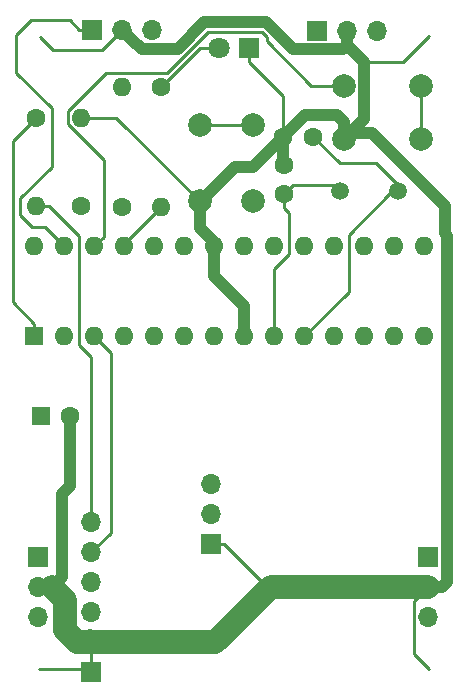
<source format=gtl>
G04 #@! TF.GenerationSoftware,KiCad,Pcbnew,5.0.0-fee4fd1~66~ubuntu14.04.1*
G04 #@! TF.CreationDate,2018-10-15T15:43:11-07:00*
G04 #@! TF.ProjectId,while,7768696C652E6B696361645F70636200,rev?*
G04 #@! TF.SameCoordinates,Original*
G04 #@! TF.FileFunction,Copper,L1,Top,Signal*
G04 #@! TF.FilePolarity,Positive*
%FSLAX46Y46*%
G04 Gerber Fmt 4.6, Leading zero omitted, Abs format (unit mm)*
G04 Created by KiCad (PCBNEW 5.0.0-fee4fd1~66~ubuntu14.04.1) date Mon Oct 15 15:43:11 2018*
%MOMM*%
%LPD*%
G01*
G04 APERTURE LIST*
G04 #@! TA.AperFunction,ComponentPad*
%ADD10R,1.600000X1.600000*%
G04 #@! TD*
G04 #@! TA.AperFunction,ComponentPad*
%ADD11O,1.600000X1.600000*%
G04 #@! TD*
G04 #@! TA.AperFunction,ComponentPad*
%ADD12R,1.700000X1.700000*%
G04 #@! TD*
G04 #@! TA.AperFunction,ComponentPad*
%ADD13O,1.700000X1.700000*%
G04 #@! TD*
G04 #@! TA.AperFunction,ComponentPad*
%ADD14C,1.600000*%
G04 #@! TD*
G04 #@! TA.AperFunction,ComponentPad*
%ADD15R,1.800000X1.800000*%
G04 #@! TD*
G04 #@! TA.AperFunction,ComponentPad*
%ADD16C,1.800000*%
G04 #@! TD*
G04 #@! TA.AperFunction,ComponentPad*
%ADD17C,2.000000*%
G04 #@! TD*
G04 #@! TA.AperFunction,ComponentPad*
%ADD18C,1.500000*%
G04 #@! TD*
G04 #@! TA.AperFunction,Conductor*
%ADD19C,0.250000*%
G04 #@! TD*
G04 #@! TA.AperFunction,Conductor*
%ADD20C,1.000000*%
G04 #@! TD*
G04 #@! TA.AperFunction,Conductor*
%ADD21C,2.000000*%
G04 #@! TD*
G04 APERTURE END LIST*
D10*
G04 #@! TO.P,U1,1*
G04 #@! TO.N,RESET*
X125933200Y-93065600D03*
D11*
G04 #@! TO.P,U1,15*
G04 #@! TO.N,d9*
X158953200Y-85445600D03*
G04 #@! TO.P,U1,2*
G04 #@! TO.N,RX*
X128473200Y-93065600D03*
G04 #@! TO.P,U1,16*
G04 #@! TO.N,d10*
X156413200Y-85445600D03*
G04 #@! TO.P,U1,3*
G04 #@! TO.N,TX*
X131013200Y-93065600D03*
G04 #@! TO.P,U1,17*
G04 #@! TO.N,d11*
X153873200Y-85445600D03*
G04 #@! TO.P,U1,4*
G04 #@! TO.N,condSelect*
X133553200Y-93065600D03*
G04 #@! TO.P,U1,18*
G04 #@! TO.N,d12*
X151333200Y-85445600D03*
G04 #@! TO.P,U1,5*
G04 #@! TO.N,d3*
X136093200Y-93065600D03*
G04 #@! TO.P,U1,19*
G04 #@! TO.N,d13*
X148793200Y-85445600D03*
G04 #@! TO.P,U1,6*
G04 #@! TO.N,d4*
X138633200Y-93065600D03*
G04 #@! TO.P,U1,20*
G04 #@! TO.N,VCC*
X146253200Y-85445600D03*
G04 #@! TO.P,U1,7*
X141173200Y-93065600D03*
G04 #@! TO.P,U1,21*
G04 #@! TO.N,AREF*
X143713200Y-85445600D03*
G04 #@! TO.P,U1,8*
G04 #@! TO.N,GND*
X143713200Y-93065600D03*
G04 #@! TO.P,U1,22*
X141173200Y-85445600D03*
G04 #@! TO.P,U1,9*
G04 #@! TO.N,XTAL1*
X146253200Y-93065600D03*
G04 #@! TO.P,U1,23*
G04 #@! TO.N,a0*
X138633200Y-85445600D03*
G04 #@! TO.P,U1,10*
G04 #@! TO.N,XTAL2*
X148793200Y-93065600D03*
G04 #@! TO.P,U1,24*
G04 #@! TO.N,a1*
X136093200Y-85445600D03*
G04 #@! TO.P,U1,11*
G04 #@! TO.N,d5*
X151333200Y-93065600D03*
G04 #@! TO.P,U1,25*
G04 #@! TO.N,a2*
X133553200Y-85445600D03*
G04 #@! TO.P,U1,12*
G04 #@! TO.N,d6*
X153873200Y-93065600D03*
G04 #@! TO.P,U1,26*
G04 #@! TO.N,a3*
X131013200Y-85445600D03*
G04 #@! TO.P,U1,13*
G04 #@! TO.N,d7*
X156413200Y-93065600D03*
G04 #@! TO.P,U1,27*
G04 #@! TO.N,a4*
X128473200Y-85445600D03*
G04 #@! TO.P,U1,14*
G04 #@! TO.N,d8*
X158953200Y-93065600D03*
G04 #@! TO.P,U1,28*
G04 #@! TO.N,a5*
X125933200Y-85445600D03*
G04 #@! TD*
D12*
G04 #@! TO.P,J3,1*
G04 #@! TO.N,GND*
X130784600Y-121513600D03*
D13*
G04 #@! TO.P,J3,2*
X130784600Y-118973600D03*
G04 #@! TO.P,J3,3*
G04 #@! TO.N,VCC*
X130784600Y-116433600D03*
G04 #@! TO.P,J3,4*
G04 #@! TO.N,RX*
X130784600Y-113893600D03*
G04 #@! TO.P,J3,5*
G04 #@! TO.N,TX*
X130784600Y-111353600D03*
G04 #@! TO.P,J3,6*
G04 #@! TO.N,DTR*
X130784600Y-108813600D03*
G04 #@! TD*
D10*
G04 #@! TO.P,C1,1*
G04 #@! TO.N,VCC*
X126492000Y-99822000D03*
D14*
G04 #@! TO.P,C1,2*
G04 #@! TO.N,GND*
X128992000Y-99822000D03*
G04 #@! TD*
G04 #@! TO.P,C2,2*
G04 #@! TO.N,XTAL1*
X147066000Y-81036800D03*
G04 #@! TO.P,C2,1*
G04 #@! TO.N,GND*
X147066000Y-78536800D03*
G04 #@! TD*
G04 #@! TO.P,C3,1*
G04 #@! TO.N,GND*
X147040600Y-76149200D03*
G04 #@! TO.P,C3,2*
G04 #@! TO.N,XTAL2*
X149540600Y-76149200D03*
G04 #@! TD*
D11*
G04 #@! TO.P,C4,2*
G04 #@! TO.N,GND*
X129895600Y-74567400D03*
D14*
G04 #@! TO.P,C4,1*
G04 #@! TO.N,AREF*
X129895600Y-82067400D03*
G04 #@! TD*
G04 #@! TO.P,C5,1*
G04 #@! TO.N,RESET*
X126085600Y-74574400D03*
D11*
G04 #@! TO.P,C5,2*
G04 #@! TO.N,DTR*
X126085600Y-82074400D03*
G04 #@! TD*
D15*
G04 #@! TO.P,D1,1*
G04 #@! TO.N,GND*
X144145000Y-68656200D03*
D16*
G04 #@! TO.P,D1,2*
G04 #@! TO.N,Net-(D1-Pad2)*
X141605000Y-68656200D03*
G04 #@! TD*
D13*
G04 #@! TO.P,J1,3*
G04 #@! TO.N,VCC*
X126238000Y-116840000D03*
G04 #@! TO.P,J1,2*
G04 #@! TO.N,GND*
X126238000Y-114300000D03*
D12*
G04 #@! TO.P,J1,1*
G04 #@! TO.N,a0*
X126238000Y-111760000D03*
G04 #@! TD*
G04 #@! TO.P,J2,1*
G04 #@! TO.N,a1*
X159258000Y-111760000D03*
D13*
G04 #@! TO.P,J2,2*
G04 #@! TO.N,GND*
X159258000Y-114300000D03*
G04 #@! TO.P,J2,3*
G04 #@! TO.N,VCC*
X159258000Y-116840000D03*
G04 #@! TD*
D12*
G04 #@! TO.P,J4,1*
G04 #@! TO.N,a2*
X149910800Y-67183000D03*
D13*
G04 #@! TO.P,J4,2*
G04 #@! TO.N,GND*
X152450800Y-67183000D03*
G04 #@! TO.P,J4,3*
G04 #@! TO.N,VCC*
X154990800Y-67183000D03*
G04 #@! TD*
D14*
G04 #@! TO.P,R1,1*
G04 #@! TO.N,Net-(D1-Pad2)*
X136677400Y-71932800D03*
D11*
G04 #@! TO.P,R1,2*
G04 #@! TO.N,a2*
X136677400Y-82092800D03*
G04 #@! TD*
G04 #@! TO.P,R2,2*
G04 #@! TO.N,RESET*
X133400800Y-71932800D03*
D14*
G04 #@! TO.P,R2,1*
G04 #@! TO.N,VCC*
X133400800Y-82092800D03*
G04 #@! TD*
D17*
G04 #@! TO.P,SW2,2*
G04 #@! TO.N,GND*
X152196800Y-76356600D03*
G04 #@! TO.P,SW2,1*
G04 #@! TO.N,a3*
X152196800Y-71856600D03*
G04 #@! TO.P,SW2,4*
G04 #@! TO.N,Net-(SW2-Pad3)*
X158696800Y-76356600D03*
G04 #@! TO.P,SW2,3*
X158696800Y-71856600D03*
G04 #@! TD*
G04 #@! TO.P,SW3,3*
G04 #@! TO.N,Net-(SW3-Pad3)*
X139954000Y-75135600D03*
G04 #@! TO.P,SW3,4*
X144454000Y-75135600D03*
G04 #@! TO.P,SW3,1*
G04 #@! TO.N,GND*
X139954000Y-81635600D03*
G04 #@! TO.P,SW3,2*
G04 #@! TO.N,RESET*
X144454000Y-81635600D03*
G04 #@! TD*
D18*
G04 #@! TO.P,Y1,1*
G04 #@! TO.N,XTAL1*
X151815800Y-80797400D03*
G04 #@! TO.P,Y1,2*
G04 #@! TO.N,XTAL2*
X156715800Y-80797400D03*
G04 #@! TD*
D12*
G04 #@! TO.P,J5,1*
G04 #@! TO.N,a4*
X130860800Y-67106800D03*
D13*
G04 #@! TO.P,J5,2*
G04 #@! TO.N,GND*
X133400800Y-67106800D03*
G04 #@! TO.P,J5,3*
G04 #@! TO.N,VCC*
X135940800Y-67106800D03*
G04 #@! TD*
G04 #@! TO.P,J6,3*
G04 #@! TO.N,VCC*
X140944600Y-105587800D03*
G04 #@! TO.P,J6,2*
G04 #@! TO.N,condSelect*
X140944600Y-108127800D03*
D12*
G04 #@! TO.P,J6,1*
G04 #@! TO.N,GND*
X140944600Y-110667800D03*
G04 #@! TD*
D19*
G04 #@! TO.N,GND*
X132885800Y-74567400D02*
X139954000Y-81635600D01*
X129895600Y-74567400D02*
X132885800Y-74567400D01*
D20*
X130251200Y-118821200D02*
X130378200Y-118948200D01*
D21*
X130632200Y-118821200D02*
X130784600Y-118973600D01*
D20*
X147040600Y-78511400D02*
X147066000Y-78536800D01*
X147040600Y-76149200D02*
X147040600Y-78511400D01*
X143713200Y-93065600D02*
X143713200Y-90500200D01*
X141173200Y-87960200D02*
X141173200Y-85445600D01*
X143713200Y-90500200D02*
X141173200Y-87960200D01*
D19*
X130784600Y-118973600D02*
X130784600Y-121513600D01*
D20*
X160681001Y-82057799D02*
X154497202Y-75874000D01*
X154497202Y-75874000D02*
X153611013Y-75874000D01*
X153611013Y-75874000D02*
X152196800Y-75874000D01*
X139954000Y-83870800D02*
X139954000Y-81635600D01*
X141173200Y-85090000D02*
X139954000Y-83870800D01*
X141173200Y-85445600D02*
X141173200Y-85090000D01*
X144424400Y-78765400D02*
X147040600Y-76149200D01*
X142900400Y-78765400D02*
X144424400Y-78765400D01*
X140030200Y-81635600D02*
X142900400Y-78765400D01*
X139954000Y-81635600D02*
X140030200Y-81635600D01*
D19*
X130505200Y-121234200D02*
X130784600Y-121513600D01*
X126365000Y-121234200D02*
X130505200Y-121234200D01*
D21*
X127440081Y-114300000D02*
X128524000Y-115383919D01*
X129582519Y-118973600D02*
X130784600Y-118973600D01*
X128524000Y-117915081D02*
X129582519Y-118973600D01*
X128524000Y-115383919D02*
X128524000Y-117915081D01*
D20*
X128992000Y-99822000D02*
X128992000Y-105704000D01*
X128992000Y-105704000D02*
X128270000Y-106426000D01*
X127440081Y-114300000D02*
X126238000Y-114300000D01*
X128270000Y-113470081D02*
X127440081Y-114300000D01*
X128270000Y-106426000D02*
X128270000Y-113470081D01*
D19*
X158259601Y-120108801D02*
X159359600Y-121208800D01*
X158082999Y-119932199D02*
X158259601Y-120108801D01*
X158082999Y-115475001D02*
X158082999Y-119932199D01*
X159258000Y-114300000D02*
X158082999Y-115475001D01*
D20*
X160460081Y-114300000D02*
X160903212Y-113856869D01*
X160681001Y-84341658D02*
X160681001Y-82057799D01*
X160903212Y-113856869D02*
X160903212Y-84563869D01*
X160903212Y-84563869D02*
X160681001Y-84341658D01*
X159258000Y-114300000D02*
X160460081Y-114300000D01*
X153196799Y-75356601D02*
X152196800Y-76356600D01*
X153896801Y-69831082D02*
X153896801Y-74656599D01*
X153896801Y-74656599D02*
X153196799Y-75356601D01*
X152450800Y-68385081D02*
X153896801Y-69831082D01*
X152196800Y-74942387D02*
X151574813Y-74320400D01*
X152196800Y-76356600D02*
X152196800Y-74942387D01*
X148869400Y-74320400D02*
X147040600Y-76149200D01*
X151574813Y-74320400D02*
X148869400Y-74320400D01*
D19*
X157194118Y-69831082D02*
X153896801Y-69831082D01*
X159385000Y-67640200D02*
X157194118Y-69831082D01*
X147040600Y-75017830D02*
X147040600Y-76149200D01*
X144145000Y-69806200D02*
X147040600Y-72701800D01*
X147040600Y-72701800D02*
X147040600Y-75017830D01*
X144145000Y-68656200D02*
X144145000Y-69806200D01*
D20*
X152450800Y-67183000D02*
X152450800Y-68385081D01*
D19*
X132550801Y-67956799D02*
X133400800Y-67106800D01*
X131691201Y-68816399D02*
X132550801Y-67956799D01*
X127490399Y-68816399D02*
X131691201Y-68816399D01*
X126390400Y-67716400D02*
X127490399Y-68816399D01*
D21*
X130784600Y-118973600D02*
X141274800Y-118973600D01*
X145948400Y-114300000D02*
X159258000Y-114300000D01*
X141274800Y-118973600D02*
X145948400Y-114300000D01*
D19*
X145676800Y-114300000D02*
X145948400Y-114300000D01*
X142044600Y-110667800D02*
X145676800Y-114300000D01*
X140944600Y-110667800D02*
X142044600Y-110667800D01*
D20*
X140322060Y-66484989D02*
X138074049Y-68733001D01*
X147852342Y-68733001D02*
X145604330Y-66484989D01*
X152102880Y-68733001D02*
X147852342Y-68733001D01*
X135027001Y-68733001D02*
X134250799Y-67956799D01*
X145604330Y-66484989D02*
X140322060Y-66484989D01*
X134250799Y-67956799D02*
X133400800Y-67106800D01*
X138074049Y-68733001D02*
X135027001Y-68733001D01*
X152450800Y-68385081D02*
X152102880Y-68733001D01*
D19*
G04 #@! TO.N,XTAL1*
X147813400Y-80289400D02*
X147066000Y-81036800D01*
X151866600Y-80289400D02*
X147813400Y-80289400D01*
X147066000Y-82168170D02*
X147200401Y-82302571D01*
X147066000Y-81036800D02*
X147066000Y-82168170D01*
X146253200Y-91934230D02*
X146253200Y-93065600D01*
X146253200Y-87349190D02*
X146253200Y-91934230D01*
X147497800Y-86104590D02*
X146253200Y-87349190D01*
X147497800Y-82599970D02*
X147497800Y-86104590D01*
X147066000Y-82168170D02*
X147497800Y-82599970D01*
G04 #@! TO.N,XTAL2*
X149540600Y-76149200D02*
X151801200Y-78409800D01*
X154887000Y-78409800D02*
X156766600Y-80289400D01*
X151801200Y-78409800D02*
X154887000Y-78409800D01*
X156016601Y-81039399D02*
X156766600Y-80289400D01*
X152577800Y-84478200D02*
X156016601Y-81039399D01*
X152577800Y-89281000D02*
X152577800Y-84478200D01*
X148793200Y-93065600D02*
X152577800Y-89281000D01*
G04 #@! TO.N,RESET*
X124104400Y-90186800D02*
X125933200Y-92015600D01*
X125933200Y-92015600D02*
X125933200Y-93065600D01*
X124104400Y-76555600D02*
X124104400Y-90186800D01*
X126085600Y-74574400D02*
X124104400Y-76555600D01*
G04 #@! TO.N,DTR*
X127216970Y-82074400D02*
X126085600Y-82074400D01*
X129743200Y-84600630D02*
X127216970Y-82074400D01*
X129743200Y-93802200D02*
X129743200Y-84600630D01*
X130784600Y-94843600D02*
X129743200Y-93802200D01*
X130784600Y-108813600D02*
X130784600Y-94843600D01*
G04 #@! TO.N,Net-(D1-Pad2)*
X139954000Y-68656200D02*
X136677400Y-71932800D01*
X141605000Y-68656200D02*
X139954000Y-68656200D01*
G04 #@! TO.N,TX*
X131813199Y-93865599D02*
X131013200Y-93065600D01*
X132410200Y-94462600D02*
X131813199Y-93865599D01*
X132410200Y-109728000D02*
X132410200Y-94462600D01*
X130784600Y-111353600D02*
X132410200Y-109728000D01*
G04 #@! TO.N,a2*
X133553200Y-85217000D02*
X133553200Y-85445600D01*
X136677400Y-82092800D02*
X133553200Y-85217000D01*
G04 #@! TO.N,a3*
X131813199Y-84645601D02*
X131013200Y-85445600D01*
X131813199Y-78150001D02*
X131813199Y-84645601D01*
X128770599Y-75107401D02*
X131813199Y-78150001D01*
X140663790Y-67310000D02*
X137165991Y-70807799D01*
X145262600Y-67310000D02*
X140663790Y-67310000D01*
X145643600Y-68097400D02*
X145643600Y-67691000D01*
X137165991Y-70807799D02*
X131990199Y-70807799D01*
X149402800Y-71856600D02*
X145643600Y-68097400D01*
X131990199Y-70807799D02*
X128770599Y-74027399D01*
X145643600Y-67691000D02*
X145262600Y-67310000D01*
X128770599Y-74027399D02*
X128770599Y-75107401D01*
X152196800Y-71856600D02*
X149402800Y-71856600D01*
G04 #@! TO.N,Net-(SW2-Pad3)*
X158696800Y-71374000D02*
X158696800Y-75874000D01*
G04 #@! TO.N,Net-(SW3-Pad3)*
X139954000Y-75135600D02*
X144454000Y-75135600D01*
G04 #@! TO.N,a4*
X127673201Y-84645601D02*
X128473200Y-85445600D01*
X126822200Y-83794600D02*
X127673201Y-84645601D01*
X125730000Y-83794600D02*
X126822200Y-83794600D01*
X130860800Y-67106800D02*
X129760800Y-67106800D01*
X127406400Y-78714600D02*
X124764800Y-81356200D01*
X127406400Y-73710800D02*
X127406400Y-78714600D01*
X128945399Y-66291399D02*
X125706399Y-66291399D01*
X124764800Y-82829400D02*
X125730000Y-83794600D01*
X125706399Y-66291399D02*
X124434600Y-67563198D01*
X124434600Y-67563198D02*
X124434600Y-70739000D01*
X124434600Y-70739000D02*
X127406400Y-73710800D01*
X129760800Y-67106800D02*
X128945399Y-66291399D01*
X124764800Y-81356200D02*
X124764800Y-82829400D01*
G04 #@! TD*
M02*

</source>
